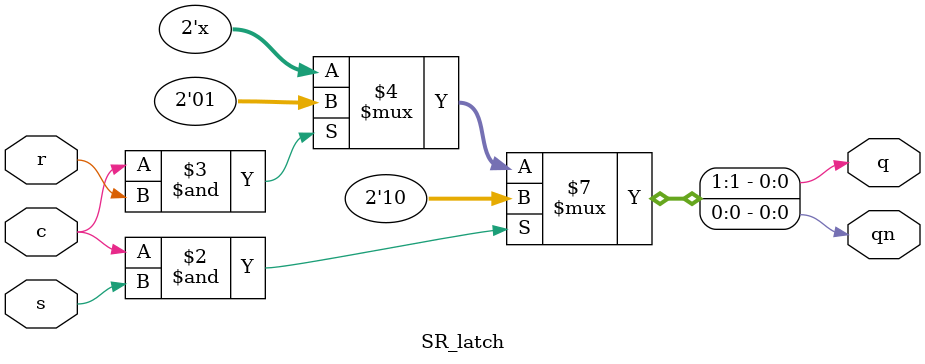
<source format=v>
`timescale 1ns / 1ps

module SR_latch(s,r,c,q,qn);

input s,r,c;

output reg q;
output reg qn;

always @ (s,r,c)

if (c & s) 
    {q,qn} <= 2'b10;

else if (c & r)
    {q,qn} <= 2'b01;


endmodule

</source>
